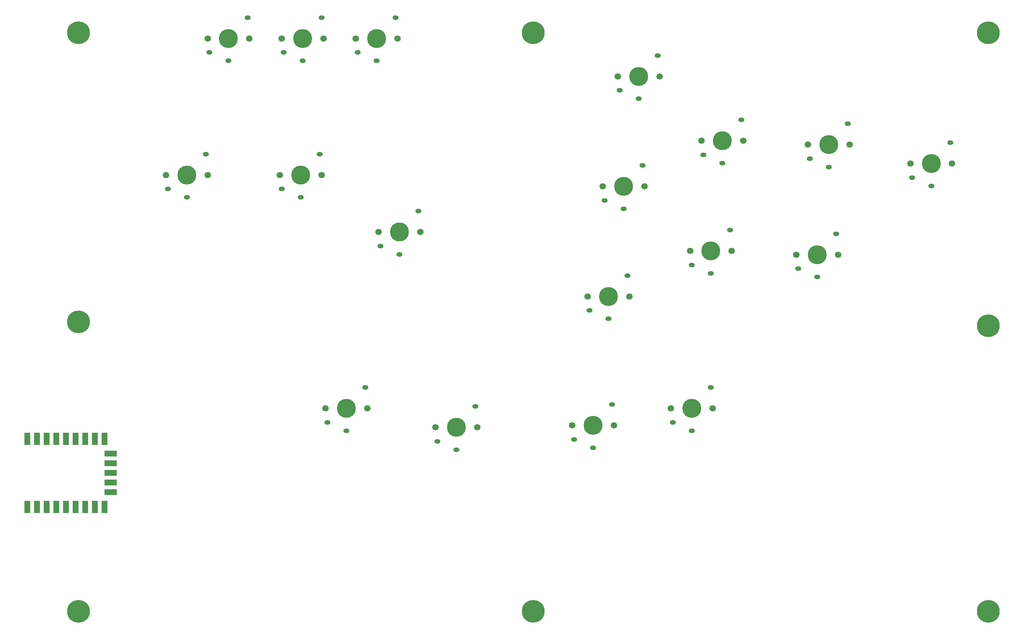
<source format=gbr>
%TF.GenerationSoftware,KiCad,Pcbnew,8.0.4*%
%TF.CreationDate,2024-08-25T10:48:18+09:00*%
%TF.ProjectId,StickLess,53746963-6b4c-4657-9373-2e6b69636164,rev?*%
%TF.SameCoordinates,Original*%
%TF.FileFunction,Soldermask,Top*%
%TF.FilePolarity,Negative*%
%FSLAX46Y46*%
G04 Gerber Fmt 4.6, Leading zero omitted, Abs format (unit mm)*
G04 Created by KiCad (PCBNEW 8.0.4) date 2024-08-25 10:48:18*
%MOMM*%
%LPD*%
G01*
G04 APERTURE LIST*
%ADD10C,6.000000*%
%ADD11R,1.600000X3.200000*%
%ADD12R,3.200000X1.600000*%
%ADD13C,1.700000*%
%ADD14C,5.000000*%
%ADD15O,1.600000X1.200000*%
G04 APERTURE END LIST*
D10*
%TO.C,H3*%
X15975000Y-168525000D03*
%TD*%
D11*
%TO.C,RZ1*%
X2565000Y-123000000D03*
X5105000Y-123000000D03*
X7645000Y-123000000D03*
X10185000Y-123000000D03*
X12725000Y-123000000D03*
X15265000Y-123000000D03*
X17805000Y-123000000D03*
X20345000Y-123000000D03*
X22885000Y-123000000D03*
D12*
X24475000Y-126920000D03*
X24475000Y-129460000D03*
X24475000Y-132000000D03*
X24475000Y-134540000D03*
X24475000Y-137080000D03*
D11*
X22885000Y-141000000D03*
X20345000Y-141000000D03*
X17805000Y-141000000D03*
X15265000Y-141000000D03*
X12725000Y-141000000D03*
X10185000Y-141000000D03*
X7645000Y-141000000D03*
X2565000Y-141000000D03*
X5105000Y-141000000D03*
%TD*%
D10*
%TO.C,H8*%
X255525000Y-168525000D03*
%TD*%
%TO.C,H4*%
X135750000Y-16000000D03*
%TD*%
%TO.C,H5*%
X135750000Y-168525000D03*
%TD*%
%TO.C,H7*%
X255525000Y-15975000D03*
%TD*%
D13*
%TO.C,B1(A)1*%
X150000000Y-85500000D03*
D14*
X155500000Y-85500000D03*
D13*
X161000000Y-85500000D03*
D15*
X150500000Y-89200000D03*
X155500000Y-91400000D03*
X160500000Y-80000000D03*
%TD*%
D13*
%TO.C,LEFT1*%
X39000000Y-53500000D03*
D14*
X44500000Y-53500000D03*
D13*
X50000000Y-53500000D03*
D15*
X39500000Y-57200000D03*
X44500000Y-59400000D03*
X49500000Y-48000000D03*
%TD*%
D10*
%TO.C,H2*%
X15975000Y-92250000D03*
%TD*%
D13*
%TO.C,RIGHT1*%
X95000000Y-68500000D03*
D14*
X100500000Y-68500000D03*
D13*
X106000000Y-68500000D03*
D15*
X95500000Y-72200000D03*
X100500000Y-74400000D03*
X105500000Y-63000000D03*
%TD*%
D13*
%TO.C,L1(L)1*%
X205000000Y-74500000D03*
D14*
X210500000Y-74500000D03*
D13*
X216000000Y-74500000D03*
D15*
X205500000Y-78200000D03*
X210500000Y-80400000D03*
X215500000Y-69000000D03*
%TD*%
D10*
%TO.C,H1*%
X15975000Y-15975000D03*
%TD*%
D13*
%TO.C,B2(B)1*%
X177000000Y-73500000D03*
D14*
X182500000Y-73500000D03*
D13*
X188000000Y-73500000D03*
D15*
X177500000Y-77200000D03*
X182500000Y-79400000D03*
X187500000Y-68000000D03*
%TD*%
D13*
%TO.C,S2(START)1*%
X89000000Y-17500000D03*
D14*
X94500000Y-17500000D03*
D13*
X100000000Y-17500000D03*
D15*
X89500000Y-21200000D03*
X94500000Y-23400000D03*
X99500000Y-12000000D03*
%TD*%
D10*
%TO.C,H6*%
X255525000Y-93250000D03*
%TD*%
D13*
%TO.C,L2(LB)1*%
X208010000Y-45500000D03*
D14*
X213510000Y-45500000D03*
D13*
X219010000Y-45500000D03*
D15*
X208510000Y-49200000D03*
X213510000Y-51400000D03*
X218510000Y-40000000D03*
%TD*%
D13*
%TO.C,DOWN1*%
X69000000Y-53500000D03*
D14*
X74500000Y-53500000D03*
D13*
X80000000Y-53500000D03*
D15*
X69500000Y-57200000D03*
X74500000Y-59400000D03*
X79500000Y-48000000D03*
%TD*%
D13*
%TO.C,S1(BACK)1*%
X81000000Y-115000000D03*
D14*
X86500000Y-115000000D03*
D13*
X92000000Y-115000000D03*
D15*
X81500000Y-118700000D03*
X86500000Y-120900000D03*
X91500000Y-109500000D03*
%TD*%
D13*
%TO.C,A2(CAPTURE)1*%
X50000000Y-17500000D03*
D14*
X55500000Y-17500000D03*
D13*
X61000000Y-17500000D03*
D15*
X50500000Y-21200000D03*
X55500000Y-23400000D03*
X60500000Y-12000000D03*
%TD*%
D13*
%TO.C,B4(Y)1*%
X180000000Y-44500000D03*
D14*
X185500000Y-44500000D03*
D13*
X191000000Y-44500000D03*
D15*
X180500000Y-48200000D03*
X185500000Y-50400000D03*
X190500000Y-39000000D03*
%TD*%
D13*
%TO.C,UP1*%
X110000000Y-120000000D03*
D14*
X115500000Y-120000000D03*
D13*
X121000000Y-120000000D03*
D15*
X110500000Y-123700000D03*
X115500000Y-125900000D03*
X120500000Y-114500000D03*
%TD*%
D13*
%TO.C,R3(RS)1*%
X172000000Y-115000000D03*
D14*
X177500000Y-115000000D03*
D13*
X183000000Y-115000000D03*
D15*
X172500000Y-118700000D03*
X177500000Y-120900000D03*
X182500000Y-109500000D03*
%TD*%
D13*
%TO.C,R1(R)1*%
X158000000Y-27500000D03*
D14*
X163500000Y-27500000D03*
D13*
X169000000Y-27500000D03*
D15*
X158500000Y-31200000D03*
X163500000Y-33400000D03*
X168500000Y-22000000D03*
%TD*%
D13*
%TO.C,A1(GUIDE)1*%
X69500000Y-17500000D03*
D14*
X75000000Y-17500000D03*
D13*
X80500000Y-17500000D03*
D15*
X70000000Y-21200000D03*
X75000000Y-23400000D03*
X80000000Y-12000000D03*
%TD*%
D13*
%TO.C,L3(LS)1*%
X146000000Y-119500000D03*
D14*
X151500000Y-119500000D03*
D13*
X157000000Y-119500000D03*
D15*
X146500000Y-123200000D03*
X151500000Y-125400000D03*
X156500000Y-114000000D03*
%TD*%
D13*
%TO.C,R2(RB)1*%
X235000000Y-50500000D03*
D14*
X240500000Y-50500000D03*
D13*
X246000000Y-50500000D03*
D15*
X235500000Y-54200000D03*
X240500000Y-56400000D03*
X245500000Y-45000000D03*
%TD*%
D13*
%TO.C,B3(X)1*%
X154000000Y-56500000D03*
D14*
X159500000Y-56500000D03*
D13*
X165000000Y-56500000D03*
D15*
X154500000Y-60200000D03*
X159500000Y-62400000D03*
X164500000Y-51000000D03*
%TD*%
M02*

</source>
